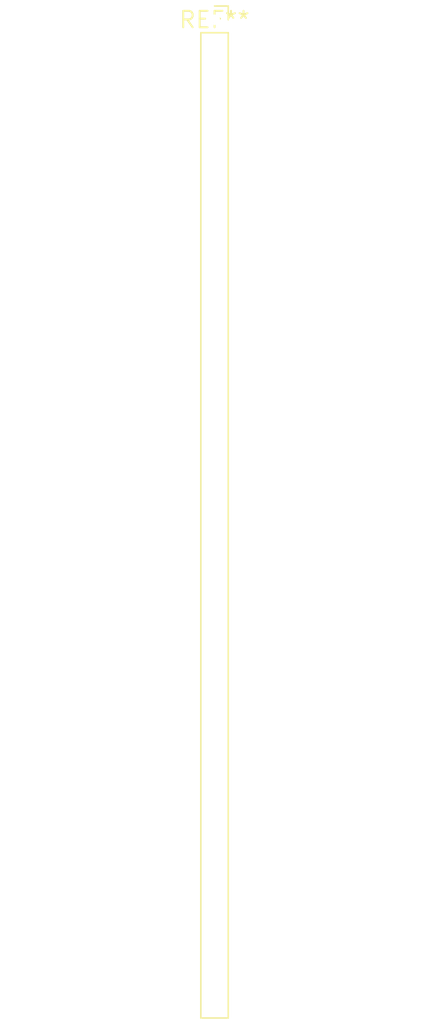
<source format=kicad_pcb>
(kicad_pcb (version 20240108) (generator pcbnew)
  (layers (0 "F.Cu" signal) (31 "B.Cu" signal) (34 "B.Paste" user) (35 "F.Paste" user) (36 "B.SilkS" user "B.Silkscreen") (37 "F.SilkS" user "F.Silkscreen") (38 "B.Mask" user) (39 "F.Mask" user) (44 "Edge.Cuts" user))
  (net 0 "")
  (footprint "PinSocket_1x39_P2.00mm_Vertical" (layer "F.Cu") (at 0 0)
    (property "Reference" "REF**")
    (property "Value" "PinSocket_1x39_P2.00mm_Vertical")
    (fp_line (start -1.06 1) (end -1.06 77.06) (layer "F.SilkS") (stroke (width 0.12)))
    (fp_line (start -1.06 1) (end 1.06 1) (layer "F.SilkS") (stroke (width 0.12)))
    (fp_line (start -1.06 77.06) (end 1.06 77.06) (layer "F.SilkS") (stroke (width 0.12)))
    (fp_line (start 0 -1.06) (end 1.06 -1.06) (layer "F.SilkS") (stroke (width 0.12)))
    (fp_line (start 1.06 -1.06) (end 1.06 0) (layer "F.SilkS") (stroke (width 0.12)))
    (fp_line (start 1.06 1) (end 1.06 77.06) (layer "F.SilkS") (stroke (width 0.12)))
    (pad "1" thru_hole rect (at 0 0) (size 1.35 1.35) (drill 0.8) (layers *.Cu *.Mask) (remove_unused_layers))
    (pad "2" thru_hole oval (at 0 2) (size 1.35 1.35) (drill 0.8) (layers *.Cu *.Mask) (remove_unused_layers))
    (pad "3" thru_hole oval (at 0 4) (size 1.35 1.35) (drill 0.8) (layers *.Cu *.Mask) (remove_unused_layers))
    (pad "4" thru_hole oval (at 0 6) (size 1.35 1.35) (drill 0.8) (layers *.Cu *.Mask) (remove_unused_layers))
    (pad "5" thru_hole oval (at 0 8) (size 1.35 1.35) (drill 0.8) (layers *.Cu *.Mask) (remove_unused_layers))
    (pad "6" thru_hole oval (at 0 10) (size 1.35 1.35) (drill 0.8) (layers *.Cu *.Mask) (remove_unused_layers))
    (pad "7" thru_hole oval (at 0 12) (size 1.35 1.35) (drill 0.8) (layers *.Cu *.Mask) (remove_unused_layers))
    (pad "8" thru_hole oval (at 0 14) (size 1.35 1.35) (drill 0.8) (layers *.Cu *.Mask) (remove_unused_layers))
    (pad "9" thru_hole oval (at 0 16) (size 1.35 1.35) (drill 0.8) (layers *.Cu *.Mask) (remove_unused_layers))
    (pad "10" thru_hole oval (at 0 18) (size 1.35 1.35) (drill 0.8) (layers *.Cu *.Mask) (remove_unused_layers))
    (pad "11" thru_hole oval (at 0 20) (size 1.35 1.35) (drill 0.8) (layers *.Cu *.Mask) (remove_unused_layers))
    (pad "12" thru_hole oval (at 0 22) (size 1.35 1.35) (drill 0.8) (layers *.Cu *.Mask) (remove_unused_layers))
    (pad "13" thru_hole oval (at 0 24) (size 1.35 1.35) (drill 0.8) (layers *.Cu *.Mask) (remove_unused_layers))
    (pad "14" thru_hole oval (at 0 26) (size 1.35 1.35) (drill 0.8) (layers *.Cu *.Mask) (remove_unused_layers))
    (pad "15" thru_hole oval (at 0 28) (size 1.35 1.35) (drill 0.8) (layers *.Cu *.Mask) (remove_unused_layers))
    (pad "16" thru_hole oval (at 0 30) (size 1.35 1.35) (drill 0.8) (layers *.Cu *.Mask) (remove_unused_layers))
    (pad "17" thru_hole oval (at 0 32) (size 1.35 1.35) (drill 0.8) (layers *.Cu *.Mask) (remove_unused_layers))
    (pad "18" thru_hole oval (at 0 34) (size 1.35 1.35) (drill 0.8) (layers *.Cu *.Mask) (remove_unused_layers))
    (pad "19" thru_hole oval (at 0 36) (size 1.35 1.35) (drill 0.8) (layers *.Cu *.Mask) (remove_unused_layers))
    (pad "20" thru_hole oval (at 0 38) (size 1.35 1.35) (drill 0.8) (layers *.Cu *.Mask) (remove_unused_layers))
    (pad "21" thru_hole oval (at 0 40) (size 1.35 1.35) (drill 0.8) (layers *.Cu *.Mask) (remove_unused_layers))
    (pad "22" thru_hole oval (at 0 42) (size 1.35 1.35) (drill 0.8) (layers *.Cu *.Mask) (remove_unused_layers))
    (pad "23" thru_hole oval (at 0 44) (size 1.35 1.35) (drill 0.8) (layers *.Cu *.Mask) (remove_unused_layers))
    (pad "24" thru_hole oval (at 0 46) (size 1.35 1.35) (drill 0.8) (layers *.Cu *.Mask) (remove_unused_layers))
    (pad "25" thru_hole oval (at 0 48) (size 1.35 1.35) (drill 0.8) (layers *.Cu *.Mask) (remove_unused_layers))
    (pad "26" thru_hole oval (at 0 50) (size 1.35 1.35) (drill 0.8) (layers *.Cu *.Mask) (remove_unused_layers))
    (pad "27" thru_hole oval (at 0 52) (size 1.35 1.35) (drill 0.8) (layers *.Cu *.Mask) (remove_unused_layers))
    (pad "28" thru_hole oval (at 0 54) (size 1.35 1.35) (drill 0.8) (layers *.Cu *.Mask) (remove_unused_layers))
    (pad "29" thru_hole oval (at 0 56) (size 1.35 1.35) (drill 0.8) (layers *.Cu *.Mask) (remove_unused_layers))
    (pad "30" thru_hole oval (at 0 58) (size 1.35 1.35) (drill 0.8) (layers *.Cu *.Mask) (remove_unused_layers))
    (pad "31" thru_hole oval (at 0 60) (size 1.35 1.35) (drill 0.8) (layers *.Cu *.Mask) (remove_unused_layers))
    (pad "32" thru_hole oval (at 0 62) (size 1.35 1.35) (drill 0.8) (layers *.Cu *.Mask) (remove_unused_layers))
    (pad "33" thru_hole oval (at 0 64) (size 1.35 1.35) (drill 0.8) (layers *.Cu *.Mask) (remove_unused_layers))
    (pad "34" thru_hole oval (at 0 66) (size 1.35 1.35) (drill 0.8) (layers *.Cu *.Mask) (remove_unused_layers))
    (pad "35" thru_hole oval (at 0 68) (size 1.35 1.35) (drill 0.8) (layers *.Cu *.Mask) (remove_unused_layers))
    (pad "36" thru_hole oval (at 0 70) (size 1.35 1.35) (drill 0.8) (layers *.Cu *.Mask) (remove_unused_layers))
    (pad "37" thru_hole oval (at 0 72) (size 1.35 1.35) (drill 0.8) (layers *.Cu *.Mask) (remove_unused_layers))
    (pad "38" thru_hole oval (at 0 74) (size 1.35 1.35) (drill 0.8) (layers *.Cu *.Mask) (remove_unused_layers))
    (pad "39" thru_hole oval (at 0 76) (size 1.35 1.35) (drill 0.8) (layers *.Cu *.Mask) (remove_unused_layers))
  )
)
</source>
